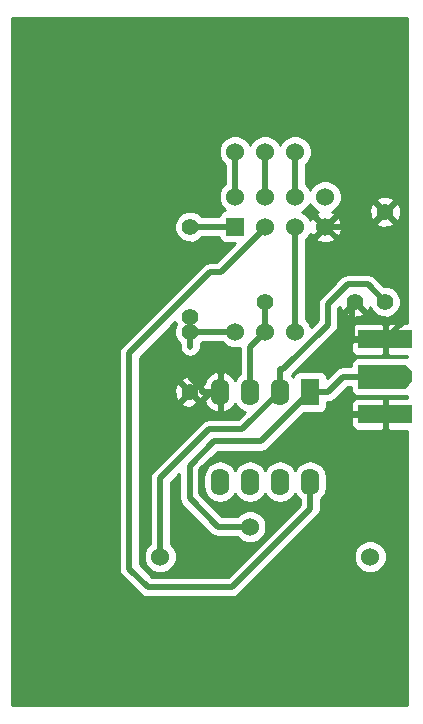
<source format=gbl>
G04 (created by PCBNEW (2013-may-18)-stable) date Tue 08 Apr 2014 09:22:13 AM MDT*
%MOIN*%
G04 Gerber Fmt 3.4, Leading zero omitted, Abs format*
%FSLAX34Y34*%
G01*
G70*
G90*
G04 APERTURE LIST*
%ADD10C,0.00590551*%
%ADD11R,0.18X0.06*%
%ADD12R,0.1603X0.0787*%
%ADD13C,0.06*%
%ADD14C,0.055*%
%ADD15R,0.06X0.06*%
%ADD16R,0.062X0.09*%
%ADD17O,0.062X0.09*%
%ADD18C,0.16*%
%ADD19C,0.019685*%
%ADD20C,0.01*%
G04 APERTURE END LIST*
G54D10*
G54D11*
X8005Y1746D03*
G54D10*
G36*
X8701Y106D02*
X8701Y893D01*
X8898Y657D01*
X8898Y342D01*
X8701Y106D01*
X8701Y106D01*
G37*
G54D11*
X8005Y-744D03*
G54D12*
X7900Y500D03*
G54D13*
X5000Y8000D03*
X4000Y8000D03*
X3000Y8000D03*
X5000Y2000D03*
X4000Y2000D03*
X3000Y2000D03*
G54D14*
X8000Y3000D03*
X8000Y6000D03*
X4000Y3000D03*
X7000Y3000D03*
X1500Y5500D03*
X1500Y2500D03*
G54D15*
X3000Y5500D03*
G54D13*
X3000Y6500D03*
X4000Y5500D03*
X4000Y6500D03*
X5000Y5500D03*
X5000Y6500D03*
X6000Y5500D03*
X6000Y6500D03*
G54D16*
X5500Y0D03*
G54D17*
X4500Y0D03*
X3500Y0D03*
X2500Y0D03*
X2500Y-3000D03*
X3500Y-3000D03*
X4500Y-3000D03*
X5500Y-3000D03*
G54D14*
X1500Y0D03*
X1500Y2000D03*
G54D13*
X3500Y-4500D03*
X500Y-5500D03*
X7500Y-5500D03*
G54D18*
X7500Y11500D03*
X-3500Y11500D03*
X-3500Y-9500D03*
X7500Y-9500D03*
G54D19*
X4000Y5452D02*
X4000Y5500D01*
X2522Y3975D02*
X4000Y5452D01*
X2166Y3975D02*
X2522Y3975D01*
X-531Y1276D02*
X2166Y3975D01*
X-531Y-5892D02*
X-531Y1276D01*
X85Y-6510D02*
X-531Y-5892D01*
X2909Y-6510D02*
X85Y-6510D01*
X5500Y-3919D02*
X2909Y-6510D01*
X5500Y-3000D02*
X5500Y-3919D01*
X3000Y5500D02*
X1500Y5500D01*
X8581Y2322D02*
X8005Y1745D01*
X8581Y4418D02*
X8581Y2322D01*
X7500Y5500D02*
X8581Y4418D01*
X6000Y5500D02*
X7500Y5500D01*
X7500Y5500D02*
X8000Y6000D01*
X2500Y0D02*
X2197Y0D01*
X2197Y0D02*
X1894Y0D01*
X8005Y-744D02*
X6809Y-744D01*
X8005Y1745D02*
X6904Y1745D01*
X6904Y2904D02*
X6904Y1745D01*
X7000Y3000D02*
X6904Y2904D01*
X1894Y105D02*
X1894Y0D01*
X1500Y500D02*
X1894Y105D01*
X5390Y8609D02*
X8000Y6000D01*
X2757Y8609D02*
X5390Y8609D01*
X-937Y4914D02*
X2757Y8609D01*
X6809Y-744D02*
X6127Y-1425D01*
X-116Y-2313D02*
X2197Y0D01*
X-116Y-5732D02*
X-116Y-2313D01*
X261Y-6109D02*
X-116Y-5732D01*
X2752Y-6109D02*
X261Y-6109D01*
X4102Y-4760D02*
X2752Y-6109D01*
X4102Y-4246D02*
X4102Y-4760D01*
X3703Y-3847D02*
X4102Y-4246D01*
X2331Y-3847D02*
X3703Y-3847D01*
X1874Y-3390D02*
X2331Y-3847D01*
X1874Y-2625D02*
X1874Y-3390D01*
X2257Y-2242D02*
X1874Y-2625D01*
X6127Y-1425D02*
X6127Y-2242D01*
X6127Y-2242D02*
X2257Y-2242D01*
X6127Y-2242D02*
X6127Y-3853D01*
X6127Y-3853D02*
X3071Y-6909D01*
X3071Y-6909D02*
X-97Y-6909D01*
X-937Y-6069D02*
X-937Y4914D01*
X-97Y-6909D02*
X-937Y-6069D01*
X3000Y6500D02*
X3000Y8000D01*
X7423Y3576D02*
X8000Y3000D01*
X6753Y3576D02*
X7423Y3576D01*
X6098Y2921D02*
X6753Y3576D01*
X6098Y2241D02*
X6098Y2921D01*
X4602Y745D02*
X6098Y2241D01*
X4500Y745D02*
X4602Y745D01*
X4500Y0D02*
X4500Y745D01*
X500Y-2886D02*
X500Y-5500D01*
X2128Y-1257D02*
X500Y-2886D01*
X3242Y-1257D02*
X2128Y-1257D01*
X4500Y0D02*
X3242Y-1257D01*
X3848Y-1651D02*
X5500Y0D01*
X2291Y-1651D02*
X3848Y-1651D01*
X1481Y-2461D02*
X2291Y-1651D01*
X1481Y-3553D02*
X1481Y-2461D01*
X2427Y-4500D02*
X1481Y-3553D01*
X3500Y-4500D02*
X2427Y-4500D01*
X6605Y500D02*
X7900Y500D01*
X6105Y0D02*
X6605Y500D01*
X5500Y0D02*
X6105Y0D01*
X3500Y1500D02*
X4000Y2000D01*
X3500Y0D02*
X3500Y1500D01*
X4000Y3000D02*
X4000Y2000D01*
X5000Y5500D02*
X5000Y2000D01*
X5000Y6500D02*
X5000Y8000D01*
X4000Y6500D02*
X4000Y8000D01*
X1500Y2000D02*
X3000Y2000D01*
X1500Y1500D02*
X1500Y2000D01*
X1500Y2000D02*
X1500Y2500D01*
G54D10*
G36*
X8730Y-10450D02*
X8050Y-10450D01*
X8050Y-5391D01*
X7966Y-5188D01*
X7955Y-5177D01*
X7955Y-1231D01*
X7955Y-794D01*
X7955Y-694D01*
X7955Y-256D01*
X7892Y-194D01*
X7055Y-193D01*
X6963Y-231D01*
X6893Y-302D01*
X6855Y-394D01*
X6854Y-493D01*
X6855Y-631D01*
X6917Y-694D01*
X7955Y-694D01*
X7955Y-794D01*
X6917Y-794D01*
X6855Y-856D01*
X6854Y-994D01*
X6855Y-1093D01*
X6893Y-1185D01*
X6963Y-1256D01*
X7055Y-1294D01*
X7892Y-1294D01*
X7955Y-1231D01*
X7955Y-5177D01*
X7811Y-5034D01*
X7609Y-4950D01*
X7391Y-4949D01*
X7188Y-5033D01*
X7034Y-5188D01*
X6950Y-5390D01*
X6949Y-5608D01*
X7033Y-5811D01*
X7188Y-5965D01*
X7390Y-6049D01*
X7608Y-6050D01*
X7811Y-5966D01*
X7965Y-5811D01*
X8049Y-5609D01*
X8050Y-5391D01*
X8050Y-10450D01*
X-4450Y-10450D01*
X-4450Y12450D01*
X8730Y12450D01*
X8730Y2296D01*
X8529Y2296D01*
X8529Y5924D01*
X8518Y6132D01*
X8460Y6272D01*
X8367Y6297D01*
X8297Y6226D01*
X8297Y6367D01*
X8272Y6460D01*
X8075Y6529D01*
X7867Y6518D01*
X7727Y6460D01*
X7702Y6367D01*
X8000Y6070D01*
X8297Y6367D01*
X8297Y6226D01*
X8070Y6000D01*
X8367Y5702D01*
X8460Y5727D01*
X8529Y5924D01*
X8529Y2296D01*
X8117Y2296D01*
X8055Y2233D01*
X8055Y1796D01*
X8062Y1796D01*
X8062Y1696D01*
X8055Y1696D01*
X8055Y1258D01*
X8117Y1196D01*
X8730Y1195D01*
X8730Y1143D01*
X8651Y1143D01*
X7955Y1143D01*
X7955Y1258D01*
X7955Y1696D01*
X7955Y1796D01*
X7955Y2233D01*
X7892Y2296D01*
X7297Y2296D01*
X7297Y2632D01*
X7000Y2929D01*
X6702Y2632D01*
X6727Y2539D01*
X6924Y2470D01*
X7132Y2481D01*
X7272Y2539D01*
X7297Y2632D01*
X7297Y2296D01*
X7055Y2296D01*
X6963Y2258D01*
X6893Y2187D01*
X6855Y2095D01*
X6854Y1996D01*
X6855Y1858D01*
X6917Y1796D01*
X7955Y1796D01*
X7955Y1696D01*
X6917Y1696D01*
X6855Y1633D01*
X6854Y1495D01*
X6855Y1396D01*
X6893Y1304D01*
X6963Y1233D01*
X7055Y1195D01*
X7892Y1196D01*
X7955Y1258D01*
X7955Y1143D01*
X7048Y1143D01*
X6957Y1105D01*
X6886Y1035D01*
X6848Y943D01*
X6848Y848D01*
X6605Y848D01*
X6605Y848D01*
X6472Y821D01*
X6359Y746D01*
X6359Y746D01*
X6060Y447D01*
X6060Y499D01*
X6022Y591D01*
X5951Y661D01*
X5859Y699D01*
X5760Y700D01*
X5140Y700D01*
X5048Y662D01*
X4978Y591D01*
X4940Y499D01*
X4940Y483D01*
X4897Y547D01*
X6344Y1995D01*
X6344Y1995D01*
X6344Y1995D01*
X6420Y2108D01*
X6446Y2241D01*
X6446Y2241D01*
X6446Y2241D01*
X6446Y2777D01*
X6497Y2827D01*
X6539Y2727D01*
X6632Y2702D01*
X6929Y3000D01*
X6923Y3005D01*
X6994Y3076D01*
X7000Y3070D01*
X7005Y3076D01*
X7076Y3005D01*
X7070Y3000D01*
X7367Y2702D01*
X7460Y2727D01*
X7499Y2837D01*
X7554Y2703D01*
X7702Y2555D01*
X7895Y2475D01*
X8103Y2474D01*
X8297Y2554D01*
X8444Y2702D01*
X8524Y2895D01*
X8525Y3103D01*
X8445Y3297D01*
X8297Y3444D01*
X8297Y3445D01*
X8297Y5632D01*
X8000Y5929D01*
X7929Y5858D01*
X7929Y6000D01*
X7632Y6297D01*
X7539Y6272D01*
X7470Y6075D01*
X7481Y5867D01*
X7539Y5727D01*
X7632Y5702D01*
X7929Y6000D01*
X7929Y5858D01*
X7702Y5632D01*
X7727Y5539D01*
X7924Y5470D01*
X8132Y5481D01*
X8272Y5539D01*
X8297Y5632D01*
X8297Y3445D01*
X8104Y3524D01*
X7967Y3525D01*
X7669Y3823D01*
X7556Y3898D01*
X7534Y3903D01*
X7423Y3925D01*
X7423Y3925D01*
X6753Y3925D01*
X6620Y3898D01*
X6554Y3854D01*
X6554Y5418D01*
X6543Y5636D01*
X6481Y5787D01*
X6385Y5815D01*
X6070Y5500D01*
X6385Y5184D01*
X6481Y5212D01*
X6554Y5418D01*
X6554Y3854D01*
X6507Y3823D01*
X6507Y3823D01*
X6315Y3630D01*
X6315Y5114D01*
X6000Y5429D01*
X5684Y5114D01*
X5712Y5018D01*
X5918Y4945D01*
X6136Y4956D01*
X6287Y5018D01*
X6315Y5114D01*
X6315Y3630D01*
X5852Y3167D01*
X5776Y3054D01*
X5772Y3032D01*
X5749Y2921D01*
X5750Y2921D01*
X5750Y2385D01*
X5527Y2163D01*
X5466Y2311D01*
X5348Y2429D01*
X5348Y5070D01*
X5465Y5188D01*
X5497Y5263D01*
X5518Y5212D01*
X5614Y5184D01*
X5929Y5500D01*
X5614Y5815D01*
X5518Y5787D01*
X5499Y5732D01*
X5466Y5811D01*
X5311Y5965D01*
X5230Y5999D01*
X5311Y6033D01*
X5465Y6188D01*
X5499Y6269D01*
X5533Y6188D01*
X5688Y6034D01*
X5763Y6002D01*
X5712Y5981D01*
X5684Y5885D01*
X6000Y5570D01*
X6315Y5885D01*
X6287Y5981D01*
X6232Y6000D01*
X6311Y6033D01*
X6465Y6188D01*
X6549Y6390D01*
X6550Y6608D01*
X6466Y6811D01*
X6311Y6965D01*
X6109Y7049D01*
X5891Y7050D01*
X5688Y6966D01*
X5534Y6811D01*
X5500Y6730D01*
X5466Y6811D01*
X5348Y6929D01*
X5348Y7570D01*
X5465Y7688D01*
X5549Y7890D01*
X5550Y8108D01*
X5466Y8311D01*
X5311Y8465D01*
X5109Y8549D01*
X4891Y8550D01*
X4688Y8466D01*
X4534Y8311D01*
X4500Y8230D01*
X4466Y8311D01*
X4311Y8465D01*
X4109Y8549D01*
X3891Y8550D01*
X3688Y8466D01*
X3534Y8311D01*
X3500Y8230D01*
X3466Y8311D01*
X3311Y8465D01*
X3109Y8549D01*
X2891Y8550D01*
X2688Y8466D01*
X2534Y8311D01*
X2450Y8109D01*
X2449Y7891D01*
X2533Y7688D01*
X2651Y7570D01*
X2651Y6929D01*
X2534Y6811D01*
X2450Y6609D01*
X2449Y6391D01*
X2533Y6188D01*
X2672Y6050D01*
X2650Y6050D01*
X2558Y6012D01*
X2488Y5941D01*
X2450Y5849D01*
X2450Y5848D01*
X1893Y5848D01*
X1797Y5944D01*
X1604Y6024D01*
X1396Y6025D01*
X1203Y5945D01*
X1055Y5797D01*
X975Y5604D01*
X974Y5396D01*
X1054Y5203D01*
X1202Y5055D01*
X1395Y4975D01*
X1603Y4974D01*
X1797Y5054D01*
X1894Y5151D01*
X2449Y5151D01*
X2449Y5150D01*
X2487Y5058D01*
X2558Y4988D01*
X2650Y4950D01*
X2749Y4949D01*
X3004Y4949D01*
X2378Y4323D01*
X2166Y4323D01*
X2166Y4323D01*
X2033Y4296D01*
X1920Y4221D01*
X1920Y4221D01*
X-778Y1523D01*
X-853Y1410D01*
X-857Y1388D01*
X-880Y1276D01*
X-880Y1276D01*
X-880Y-5892D01*
X-880Y-5892D01*
X-857Y-6004D01*
X-853Y-6026D01*
X-778Y-6139D01*
X-160Y-6756D01*
X-160Y-6756D01*
X-47Y-6831D01*
X85Y-6858D01*
X2909Y-6858D01*
X2909Y-6858D01*
X2909Y-6858D01*
X3020Y-6836D01*
X3042Y-6831D01*
X3042Y-6831D01*
X3155Y-6756D01*
X5746Y-4165D01*
X5746Y-4165D01*
X5746Y-4165D01*
X5821Y-4052D01*
X5848Y-3919D01*
X5848Y-3581D01*
X5895Y-3549D01*
X6017Y-3368D01*
X6060Y-3153D01*
X6060Y-2846D01*
X6017Y-2631D01*
X5895Y-2450D01*
X5714Y-2328D01*
X5500Y-2286D01*
X5285Y-2328D01*
X5104Y-2450D01*
X5000Y-2605D01*
X4895Y-2450D01*
X4714Y-2328D01*
X4500Y-2286D01*
X4285Y-2328D01*
X4104Y-2450D01*
X4000Y-2605D01*
X3895Y-2450D01*
X3714Y-2328D01*
X3500Y-2286D01*
X3285Y-2328D01*
X3104Y-2450D01*
X3000Y-2605D01*
X2895Y-2450D01*
X2714Y-2328D01*
X2500Y-2286D01*
X2285Y-2328D01*
X2104Y-2450D01*
X1982Y-2631D01*
X1940Y-2846D01*
X1940Y-3153D01*
X1982Y-3368D01*
X2104Y-3549D01*
X2285Y-3671D01*
X2500Y-3713D01*
X2714Y-3671D01*
X2895Y-3549D01*
X3000Y-3394D01*
X3104Y-3549D01*
X3285Y-3671D01*
X3500Y-3713D01*
X3714Y-3671D01*
X3895Y-3549D01*
X4000Y-3394D01*
X4104Y-3549D01*
X4285Y-3671D01*
X4500Y-3713D01*
X4714Y-3671D01*
X4895Y-3549D01*
X5000Y-3394D01*
X5104Y-3549D01*
X5151Y-3581D01*
X5151Y-3775D01*
X2765Y-6161D01*
X229Y-6161D01*
X-183Y-5748D01*
X-183Y1132D01*
X1005Y2321D01*
X1035Y2249D01*
X975Y2104D01*
X974Y1896D01*
X1054Y1703D01*
X1151Y1605D01*
X1151Y1500D01*
X1178Y1366D01*
X1253Y1253D01*
X1366Y1178D01*
X1500Y1151D01*
X1633Y1178D01*
X1746Y1253D01*
X1821Y1366D01*
X1848Y1500D01*
X1848Y1606D01*
X1894Y1651D01*
X2570Y1651D01*
X2688Y1534D01*
X2890Y1450D01*
X3108Y1449D01*
X3151Y1467D01*
X3151Y581D01*
X3104Y549D01*
X3000Y394D01*
X2998Y400D01*
X2860Y571D01*
X2668Y676D01*
X2636Y683D01*
X2550Y634D01*
X2550Y50D01*
X2557Y50D01*
X2557Y-50D01*
X2550Y-50D01*
X2550Y-634D01*
X2636Y-683D01*
X2668Y-676D01*
X2860Y-571D01*
X2998Y-400D01*
X3000Y-394D01*
X3104Y-549D01*
X3285Y-671D01*
X3327Y-679D01*
X3097Y-909D01*
X2450Y-909D01*
X2450Y-634D01*
X2450Y-50D01*
X2442Y-50D01*
X2442Y50D01*
X2450Y50D01*
X2450Y634D01*
X2363Y683D01*
X2331Y676D01*
X2139Y571D01*
X2001Y400D01*
X1962Y267D01*
X1960Y272D01*
X1867Y297D01*
X1797Y226D01*
X1797Y367D01*
X1772Y460D01*
X1575Y529D01*
X1367Y518D01*
X1227Y460D01*
X1202Y367D01*
X1500Y70D01*
X1797Y367D01*
X1797Y226D01*
X1570Y0D01*
X1867Y-297D01*
X1960Y-272D01*
X1962Y-267D01*
X2001Y-400D01*
X2139Y-571D01*
X2331Y-676D01*
X2363Y-683D01*
X2450Y-634D01*
X2450Y-909D01*
X2128Y-909D01*
X2128Y-909D01*
X1994Y-935D01*
X1881Y-1011D01*
X1881Y-1011D01*
X1797Y-1096D01*
X1797Y-367D01*
X1500Y-70D01*
X1429Y-141D01*
X1429Y0D01*
X1132Y297D01*
X1039Y272D01*
X970Y75D01*
X981Y-132D01*
X1039Y-272D01*
X1132Y-297D01*
X1429Y0D01*
X1429Y-141D01*
X1202Y-367D01*
X1227Y-460D01*
X1424Y-529D01*
X1632Y-518D01*
X1772Y-460D01*
X1797Y-367D01*
X1797Y-1096D01*
X253Y-2639D01*
X178Y-2752D01*
X173Y-2774D01*
X151Y-2886D01*
X151Y-2886D01*
X151Y-5070D01*
X34Y-5188D01*
X-49Y-5390D01*
X-50Y-5608D01*
X33Y-5811D01*
X188Y-5965D01*
X390Y-6049D01*
X608Y-6050D01*
X811Y-5966D01*
X965Y-5811D01*
X1049Y-5609D01*
X1050Y-5391D01*
X966Y-5188D01*
X848Y-5070D01*
X848Y-3030D01*
X1132Y-2746D01*
X1132Y-3553D01*
X1132Y-3553D01*
X1154Y-3664D01*
X1159Y-3687D01*
X1234Y-3800D01*
X2180Y-4746D01*
X2180Y-4746D01*
X2294Y-4821D01*
X2427Y-4848D01*
X2427Y-4848D01*
X2427Y-4848D01*
X3070Y-4848D01*
X3188Y-4965D01*
X3390Y-5049D01*
X3608Y-5050D01*
X3811Y-4966D01*
X3965Y-4811D01*
X4049Y-4609D01*
X4050Y-4391D01*
X3966Y-4188D01*
X3811Y-4034D01*
X3609Y-3950D01*
X3391Y-3949D01*
X3188Y-4033D01*
X3070Y-4151D01*
X2571Y-4151D01*
X1829Y-3409D01*
X1829Y-2606D01*
X2435Y-2000D01*
X3848Y-2000D01*
X3848Y-2000D01*
X3848Y-2000D01*
X3959Y-1977D01*
X3981Y-1973D01*
X3981Y-1973D01*
X4094Y-1897D01*
X5292Y-700D01*
X5859Y-700D01*
X5951Y-662D01*
X6021Y-591D01*
X6059Y-499D01*
X6060Y-400D01*
X6060Y-348D01*
X6105Y-348D01*
X6105Y-348D01*
X6105Y-348D01*
X6216Y-326D01*
X6238Y-321D01*
X6238Y-321D01*
X6351Y-246D01*
X6749Y151D01*
X6848Y151D01*
X6848Y56D01*
X6886Y-34D01*
X6956Y-105D01*
X7048Y-143D01*
X7148Y-143D01*
X8730Y-143D01*
X8730Y-193D01*
X8117Y-194D01*
X8055Y-256D01*
X8055Y-694D01*
X8062Y-694D01*
X8062Y-794D01*
X8055Y-794D01*
X8055Y-1231D01*
X8117Y-1294D01*
X8730Y-1294D01*
X8730Y-10450D01*
X8730Y-10450D01*
G37*
G54D20*
X8730Y-10450D02*
X8050Y-10450D01*
X8050Y-5391D01*
X7966Y-5188D01*
X7955Y-5177D01*
X7955Y-1231D01*
X7955Y-794D01*
X7955Y-694D01*
X7955Y-256D01*
X7892Y-194D01*
X7055Y-193D01*
X6963Y-231D01*
X6893Y-302D01*
X6855Y-394D01*
X6854Y-493D01*
X6855Y-631D01*
X6917Y-694D01*
X7955Y-694D01*
X7955Y-794D01*
X6917Y-794D01*
X6855Y-856D01*
X6854Y-994D01*
X6855Y-1093D01*
X6893Y-1185D01*
X6963Y-1256D01*
X7055Y-1294D01*
X7892Y-1294D01*
X7955Y-1231D01*
X7955Y-5177D01*
X7811Y-5034D01*
X7609Y-4950D01*
X7391Y-4949D01*
X7188Y-5033D01*
X7034Y-5188D01*
X6950Y-5390D01*
X6949Y-5608D01*
X7033Y-5811D01*
X7188Y-5965D01*
X7390Y-6049D01*
X7608Y-6050D01*
X7811Y-5966D01*
X7965Y-5811D01*
X8049Y-5609D01*
X8050Y-5391D01*
X8050Y-10450D01*
X-4450Y-10450D01*
X-4450Y12450D01*
X8730Y12450D01*
X8730Y2296D01*
X8529Y2296D01*
X8529Y5924D01*
X8518Y6132D01*
X8460Y6272D01*
X8367Y6297D01*
X8297Y6226D01*
X8297Y6367D01*
X8272Y6460D01*
X8075Y6529D01*
X7867Y6518D01*
X7727Y6460D01*
X7702Y6367D01*
X8000Y6070D01*
X8297Y6367D01*
X8297Y6226D01*
X8070Y6000D01*
X8367Y5702D01*
X8460Y5727D01*
X8529Y5924D01*
X8529Y2296D01*
X8117Y2296D01*
X8055Y2233D01*
X8055Y1796D01*
X8062Y1796D01*
X8062Y1696D01*
X8055Y1696D01*
X8055Y1258D01*
X8117Y1196D01*
X8730Y1195D01*
X8730Y1143D01*
X8651Y1143D01*
X7955Y1143D01*
X7955Y1258D01*
X7955Y1696D01*
X7955Y1796D01*
X7955Y2233D01*
X7892Y2296D01*
X7297Y2296D01*
X7297Y2632D01*
X7000Y2929D01*
X6702Y2632D01*
X6727Y2539D01*
X6924Y2470D01*
X7132Y2481D01*
X7272Y2539D01*
X7297Y2632D01*
X7297Y2296D01*
X7055Y2296D01*
X6963Y2258D01*
X6893Y2187D01*
X6855Y2095D01*
X6854Y1996D01*
X6855Y1858D01*
X6917Y1796D01*
X7955Y1796D01*
X7955Y1696D01*
X6917Y1696D01*
X6855Y1633D01*
X6854Y1495D01*
X6855Y1396D01*
X6893Y1304D01*
X6963Y1233D01*
X7055Y1195D01*
X7892Y1196D01*
X7955Y1258D01*
X7955Y1143D01*
X7048Y1143D01*
X6957Y1105D01*
X6886Y1035D01*
X6848Y943D01*
X6848Y848D01*
X6605Y848D01*
X6605Y848D01*
X6472Y821D01*
X6359Y746D01*
X6359Y746D01*
X6060Y447D01*
X6060Y499D01*
X6022Y591D01*
X5951Y661D01*
X5859Y699D01*
X5760Y700D01*
X5140Y700D01*
X5048Y662D01*
X4978Y591D01*
X4940Y499D01*
X4940Y483D01*
X4897Y547D01*
X6344Y1995D01*
X6344Y1995D01*
X6344Y1995D01*
X6420Y2108D01*
X6446Y2241D01*
X6446Y2241D01*
X6446Y2241D01*
X6446Y2777D01*
X6497Y2827D01*
X6539Y2727D01*
X6632Y2702D01*
X6929Y3000D01*
X6923Y3005D01*
X6994Y3076D01*
X7000Y3070D01*
X7005Y3076D01*
X7076Y3005D01*
X7070Y3000D01*
X7367Y2702D01*
X7460Y2727D01*
X7499Y2837D01*
X7554Y2703D01*
X7702Y2555D01*
X7895Y2475D01*
X8103Y2474D01*
X8297Y2554D01*
X8444Y2702D01*
X8524Y2895D01*
X8525Y3103D01*
X8445Y3297D01*
X8297Y3444D01*
X8297Y3445D01*
X8297Y5632D01*
X8000Y5929D01*
X7929Y5858D01*
X7929Y6000D01*
X7632Y6297D01*
X7539Y6272D01*
X7470Y6075D01*
X7481Y5867D01*
X7539Y5727D01*
X7632Y5702D01*
X7929Y6000D01*
X7929Y5858D01*
X7702Y5632D01*
X7727Y5539D01*
X7924Y5470D01*
X8132Y5481D01*
X8272Y5539D01*
X8297Y5632D01*
X8297Y3445D01*
X8104Y3524D01*
X7967Y3525D01*
X7669Y3823D01*
X7556Y3898D01*
X7534Y3903D01*
X7423Y3925D01*
X7423Y3925D01*
X6753Y3925D01*
X6620Y3898D01*
X6554Y3854D01*
X6554Y5418D01*
X6543Y5636D01*
X6481Y5787D01*
X6385Y5815D01*
X6070Y5500D01*
X6385Y5184D01*
X6481Y5212D01*
X6554Y5418D01*
X6554Y3854D01*
X6507Y3823D01*
X6507Y3823D01*
X6315Y3630D01*
X6315Y5114D01*
X6000Y5429D01*
X5684Y5114D01*
X5712Y5018D01*
X5918Y4945D01*
X6136Y4956D01*
X6287Y5018D01*
X6315Y5114D01*
X6315Y3630D01*
X5852Y3167D01*
X5776Y3054D01*
X5772Y3032D01*
X5749Y2921D01*
X5750Y2921D01*
X5750Y2385D01*
X5527Y2163D01*
X5466Y2311D01*
X5348Y2429D01*
X5348Y5070D01*
X5465Y5188D01*
X5497Y5263D01*
X5518Y5212D01*
X5614Y5184D01*
X5929Y5500D01*
X5614Y5815D01*
X5518Y5787D01*
X5499Y5732D01*
X5466Y5811D01*
X5311Y5965D01*
X5230Y5999D01*
X5311Y6033D01*
X5465Y6188D01*
X5499Y6269D01*
X5533Y6188D01*
X5688Y6034D01*
X5763Y6002D01*
X5712Y5981D01*
X5684Y5885D01*
X6000Y5570D01*
X6315Y5885D01*
X6287Y5981D01*
X6232Y6000D01*
X6311Y6033D01*
X6465Y6188D01*
X6549Y6390D01*
X6550Y6608D01*
X6466Y6811D01*
X6311Y6965D01*
X6109Y7049D01*
X5891Y7050D01*
X5688Y6966D01*
X5534Y6811D01*
X5500Y6730D01*
X5466Y6811D01*
X5348Y6929D01*
X5348Y7570D01*
X5465Y7688D01*
X5549Y7890D01*
X5550Y8108D01*
X5466Y8311D01*
X5311Y8465D01*
X5109Y8549D01*
X4891Y8550D01*
X4688Y8466D01*
X4534Y8311D01*
X4500Y8230D01*
X4466Y8311D01*
X4311Y8465D01*
X4109Y8549D01*
X3891Y8550D01*
X3688Y8466D01*
X3534Y8311D01*
X3500Y8230D01*
X3466Y8311D01*
X3311Y8465D01*
X3109Y8549D01*
X2891Y8550D01*
X2688Y8466D01*
X2534Y8311D01*
X2450Y8109D01*
X2449Y7891D01*
X2533Y7688D01*
X2651Y7570D01*
X2651Y6929D01*
X2534Y6811D01*
X2450Y6609D01*
X2449Y6391D01*
X2533Y6188D01*
X2672Y6050D01*
X2650Y6050D01*
X2558Y6012D01*
X2488Y5941D01*
X2450Y5849D01*
X2450Y5848D01*
X1893Y5848D01*
X1797Y5944D01*
X1604Y6024D01*
X1396Y6025D01*
X1203Y5945D01*
X1055Y5797D01*
X975Y5604D01*
X974Y5396D01*
X1054Y5203D01*
X1202Y5055D01*
X1395Y4975D01*
X1603Y4974D01*
X1797Y5054D01*
X1894Y5151D01*
X2449Y5151D01*
X2449Y5150D01*
X2487Y5058D01*
X2558Y4988D01*
X2650Y4950D01*
X2749Y4949D01*
X3004Y4949D01*
X2378Y4323D01*
X2166Y4323D01*
X2166Y4323D01*
X2033Y4296D01*
X1920Y4221D01*
X1920Y4221D01*
X-778Y1523D01*
X-853Y1410D01*
X-857Y1388D01*
X-880Y1276D01*
X-880Y1276D01*
X-880Y-5892D01*
X-880Y-5892D01*
X-857Y-6004D01*
X-853Y-6026D01*
X-778Y-6139D01*
X-160Y-6756D01*
X-160Y-6756D01*
X-47Y-6831D01*
X85Y-6858D01*
X2909Y-6858D01*
X2909Y-6858D01*
X2909Y-6858D01*
X3020Y-6836D01*
X3042Y-6831D01*
X3042Y-6831D01*
X3155Y-6756D01*
X5746Y-4165D01*
X5746Y-4165D01*
X5746Y-4165D01*
X5821Y-4052D01*
X5848Y-3919D01*
X5848Y-3581D01*
X5895Y-3549D01*
X6017Y-3368D01*
X6060Y-3153D01*
X6060Y-2846D01*
X6017Y-2631D01*
X5895Y-2450D01*
X5714Y-2328D01*
X5500Y-2286D01*
X5285Y-2328D01*
X5104Y-2450D01*
X5000Y-2605D01*
X4895Y-2450D01*
X4714Y-2328D01*
X4500Y-2286D01*
X4285Y-2328D01*
X4104Y-2450D01*
X4000Y-2605D01*
X3895Y-2450D01*
X3714Y-2328D01*
X3500Y-2286D01*
X3285Y-2328D01*
X3104Y-2450D01*
X3000Y-2605D01*
X2895Y-2450D01*
X2714Y-2328D01*
X2500Y-2286D01*
X2285Y-2328D01*
X2104Y-2450D01*
X1982Y-2631D01*
X1940Y-2846D01*
X1940Y-3153D01*
X1982Y-3368D01*
X2104Y-3549D01*
X2285Y-3671D01*
X2500Y-3713D01*
X2714Y-3671D01*
X2895Y-3549D01*
X3000Y-3394D01*
X3104Y-3549D01*
X3285Y-3671D01*
X3500Y-3713D01*
X3714Y-3671D01*
X3895Y-3549D01*
X4000Y-3394D01*
X4104Y-3549D01*
X4285Y-3671D01*
X4500Y-3713D01*
X4714Y-3671D01*
X4895Y-3549D01*
X5000Y-3394D01*
X5104Y-3549D01*
X5151Y-3581D01*
X5151Y-3775D01*
X2765Y-6161D01*
X229Y-6161D01*
X-183Y-5748D01*
X-183Y1132D01*
X1005Y2321D01*
X1035Y2249D01*
X975Y2104D01*
X974Y1896D01*
X1054Y1703D01*
X1151Y1605D01*
X1151Y1500D01*
X1178Y1366D01*
X1253Y1253D01*
X1366Y1178D01*
X1500Y1151D01*
X1633Y1178D01*
X1746Y1253D01*
X1821Y1366D01*
X1848Y1500D01*
X1848Y1606D01*
X1894Y1651D01*
X2570Y1651D01*
X2688Y1534D01*
X2890Y1450D01*
X3108Y1449D01*
X3151Y1467D01*
X3151Y581D01*
X3104Y549D01*
X3000Y394D01*
X2998Y400D01*
X2860Y571D01*
X2668Y676D01*
X2636Y683D01*
X2550Y634D01*
X2550Y50D01*
X2557Y50D01*
X2557Y-50D01*
X2550Y-50D01*
X2550Y-634D01*
X2636Y-683D01*
X2668Y-676D01*
X2860Y-571D01*
X2998Y-400D01*
X3000Y-394D01*
X3104Y-549D01*
X3285Y-671D01*
X3327Y-679D01*
X3097Y-909D01*
X2450Y-909D01*
X2450Y-634D01*
X2450Y-50D01*
X2442Y-50D01*
X2442Y50D01*
X2450Y50D01*
X2450Y634D01*
X2363Y683D01*
X2331Y676D01*
X2139Y571D01*
X2001Y400D01*
X1962Y267D01*
X1960Y272D01*
X1867Y297D01*
X1797Y226D01*
X1797Y367D01*
X1772Y460D01*
X1575Y529D01*
X1367Y518D01*
X1227Y460D01*
X1202Y367D01*
X1500Y70D01*
X1797Y367D01*
X1797Y226D01*
X1570Y0D01*
X1867Y-297D01*
X1960Y-272D01*
X1962Y-267D01*
X2001Y-400D01*
X2139Y-571D01*
X2331Y-676D01*
X2363Y-683D01*
X2450Y-634D01*
X2450Y-909D01*
X2128Y-909D01*
X2128Y-909D01*
X1994Y-935D01*
X1881Y-1011D01*
X1881Y-1011D01*
X1797Y-1096D01*
X1797Y-367D01*
X1500Y-70D01*
X1429Y-141D01*
X1429Y0D01*
X1132Y297D01*
X1039Y272D01*
X970Y75D01*
X981Y-132D01*
X1039Y-272D01*
X1132Y-297D01*
X1429Y0D01*
X1429Y-141D01*
X1202Y-367D01*
X1227Y-460D01*
X1424Y-529D01*
X1632Y-518D01*
X1772Y-460D01*
X1797Y-367D01*
X1797Y-1096D01*
X253Y-2639D01*
X178Y-2752D01*
X173Y-2774D01*
X151Y-2886D01*
X151Y-2886D01*
X151Y-5070D01*
X34Y-5188D01*
X-49Y-5390D01*
X-50Y-5608D01*
X33Y-5811D01*
X188Y-5965D01*
X390Y-6049D01*
X608Y-6050D01*
X811Y-5966D01*
X965Y-5811D01*
X1049Y-5609D01*
X1050Y-5391D01*
X966Y-5188D01*
X848Y-5070D01*
X848Y-3030D01*
X1132Y-2746D01*
X1132Y-3553D01*
X1132Y-3553D01*
X1154Y-3664D01*
X1159Y-3687D01*
X1234Y-3800D01*
X2180Y-4746D01*
X2180Y-4746D01*
X2294Y-4821D01*
X2427Y-4848D01*
X2427Y-4848D01*
X2427Y-4848D01*
X3070Y-4848D01*
X3188Y-4965D01*
X3390Y-5049D01*
X3608Y-5050D01*
X3811Y-4966D01*
X3965Y-4811D01*
X4049Y-4609D01*
X4050Y-4391D01*
X3966Y-4188D01*
X3811Y-4034D01*
X3609Y-3950D01*
X3391Y-3949D01*
X3188Y-4033D01*
X3070Y-4151D01*
X2571Y-4151D01*
X1829Y-3409D01*
X1829Y-2606D01*
X2435Y-2000D01*
X3848Y-2000D01*
X3848Y-2000D01*
X3848Y-2000D01*
X3959Y-1977D01*
X3981Y-1973D01*
X3981Y-1973D01*
X4094Y-1897D01*
X5292Y-700D01*
X5859Y-700D01*
X5951Y-662D01*
X6021Y-591D01*
X6059Y-499D01*
X6060Y-400D01*
X6060Y-348D01*
X6105Y-348D01*
X6105Y-348D01*
X6105Y-348D01*
X6216Y-326D01*
X6238Y-321D01*
X6238Y-321D01*
X6351Y-246D01*
X6749Y151D01*
X6848Y151D01*
X6848Y56D01*
X6886Y-34D01*
X6956Y-105D01*
X7048Y-143D01*
X7148Y-143D01*
X8730Y-143D01*
X8730Y-193D01*
X8117Y-194D01*
X8055Y-256D01*
X8055Y-694D01*
X8062Y-694D01*
X8062Y-794D01*
X8055Y-794D01*
X8055Y-1231D01*
X8117Y-1294D01*
X8730Y-1294D01*
X8730Y-10450D01*
M02*

</source>
